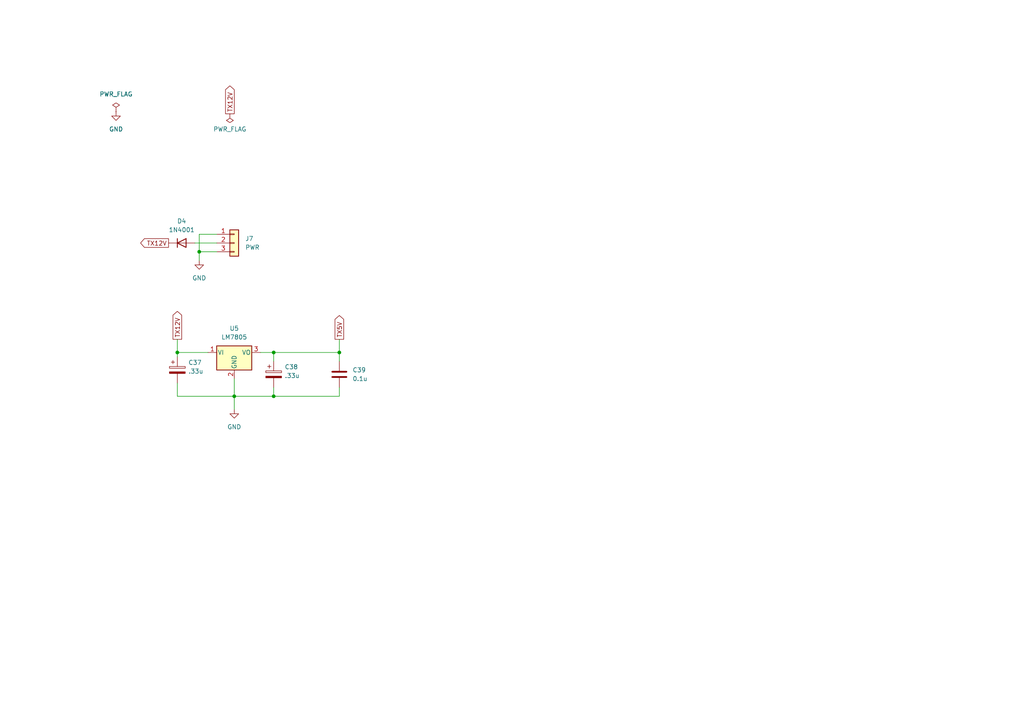
<source format=kicad_sch>
(kicad_sch (version 20211123) (generator eeschema)
  (paper "A4")
  (lib_symbols
    (symbol "Connector_Generic:Conn_01x03" (pin_names (offset 1.016) hide)
      (property "Reference" "J" (at 0 5.08 0))
      (property "Value" "Conn_01x03" (at 0 -5.08 0))
      (symbol "Conn_01x03_1_1"
        (rectangle (start -1.27 -2.413) (end 0 -2.667) (stroke (width 0.1524)))
        (rectangle (start -1.27 0.127) (end 0 -0.127) (stroke (width 0.1524)))
        (rectangle (start -1.27 2.667) (end 0 2.413) (stroke (width 0.1524)))
        (rectangle (start -1.27 3.81) (end 1.27 -3.81) (stroke (width 0.254)) (fill (type background)))
        (pin passive line (at -5.08 2.54 0) (length 3.81) (name "Pin_1") (number "1"))
        (pin passive line (at -5.08 0 0) (length 3.81) (name "Pin_2") (number "2"))
        (pin passive line (at -5.08 -2.54 0) (length 3.81) (name "Pin_3") (number "3"))
      )
    )
    (symbol "Device:C" (pin_numbers hide) (pin_names (offset 0.254))
      (property "Reference" "C" (at 0.635 2.54 0))
      (property "Value" "C" (at 0.635 -2.54 0))
      (symbol "C_0_1"
        (polyline (pts (xy -2.032 -0.762) (xy 2.032 -0.762)) (stroke (width 0.508)))
        (polyline (pts (xy -2.032 0.762) (xy 2.032 0.762)) (stroke (width 0.508)))
      )
      (symbol "C_1_1"
        (pin passive line (at 0 3.81 270) (length 2.794) (name "~") (number "1"))
        (pin passive line (at 0 -3.81 90) (length 2.794) (name "~") (number "2"))
      )
    )
    (symbol "Device:C_Polarized" (pin_numbers hide) (pin_names (offset 0.254))
      (property "Reference" "C" (at 0.635 2.54 0))
      (property "Value" "C_Polarized" (at 0.635 -2.54 0))
      (symbol "C_Polarized_0_1"
        (rectangle (start -2.286 0.508) (end 2.286 1.016))
        (polyline (pts (xy -1.778 2.286) (xy -0.762 2.286)))
        (polyline (pts (xy -1.27 2.794) (xy -1.27 1.778)))
        (rectangle (start 2.286 -0.508) (end -2.286 -1.016) (fill (type outline)))
      )
      (symbol "C_Polarized_1_1"
        (pin passive line (at 0 3.81 270) (length 2.794) (name "~") (number "1"))
        (pin passive line (at 0 -3.81 90) (length 2.794) (name "~") (number "2"))
      )
    )
    (symbol "Diode:1N4001" (pin_numbers hide) (pin_names (offset 1.016) hide)
      (property "Reference" "D" (at 0 2.54 0))
      (property "Value" "1N4001" (at 0 -2.54 0))
      (symbol "1N4001_0_1"
        (polyline (pts (xy -1.27 1.27) (xy -1.27 -1.27)) (stroke (width 0.254)))
        (polyline (pts (xy 1.27 0) (xy -1.27 0)))
        (polyline (pts (xy 1.27 1.27) (xy 1.27 -1.27) (xy -1.27 0) (xy 1.27 1.27)) (stroke (width 0.254)))
      )
      (symbol "1N4001_1_1"
        (pin passive line (at -3.81 0 0) (length 2.54) (name "K") (number "1"))
        (pin passive line (at 3.81 0 180) (length 2.54) (name "A") (number "2"))
      )
    )
    (symbol "Regulator_Linear:LM7805_TO220" (pin_names (offset 0.254))
      (property "Reference" "U" (at -3.81 3.175 0))
      (property "Value" "LM7805_TO220" (at 0 3.175 0))
      (symbol "LM7805_TO220_0_1"
        (rectangle (start -5.08 1.905) (end 5.08 -5.08) (stroke (width 0.254)) (fill (type background)))
      )
      (symbol "LM7805_TO220_1_1"
        (pin power_in line (at -7.62 0 0) (length 2.54) (name "VI") (number "1"))
        (pin power_in line (at 0 -7.62 90) (length 2.54) (name "GND") (number "2"))
        (pin power_out line (at 7.62 0 180) (length 2.54) (name "VO") (number "3"))
      )
    )
    (symbol "power:GND" (power) (pin_names (offset 0))
      (property "Value" "GND" (at 0 -3.81 0))
      (symbol "GND_0_1"
        (polyline (pts (xy 0 0) (xy 0 -1.27) (xy 1.27 -1.27) (xy 0 -2.54) (xy -1.27 -1.27) (xy 0 -1.27)))
      )
      (symbol "GND_1_1"
        (pin power_in line (at 0 0 270) (length 0) hide (name "GND") (number "1"))
      )
    )
    (symbol "power:PWR_FLAG" (power) (pin_numbers hide) (pin_names (offset 0) hide)
      (property "Value" "PWR_FLAG" (at 0 3.81 0))
      (symbol "PWR_FLAG_0_0"
        (pin power_out line (at 0 0 90) (length 0) (name "pwr") (number "1"))
      )
      (symbol "PWR_FLAG_0_1"
        (polyline (pts (xy 0 0) (xy 0 1.27) (xy -1.016 1.905) (xy 0 2.54) (xy 1.016 1.905) (xy 0 1.27)))
      )
    )
  )
  (junction (at 79.375 102.235))
  (junction (at 67.945 114.935))
  (junction (at 57.785 73.025))
  (junction (at 51.435 102.235))
  (junction (at 98.425 102.235))
  (junction (at 79.375 114.935))
  (wire (pts (xy 67.945 114.935) (xy 67.945 109.855)))
  (wire (pts (xy 62.865 67.945) (xy 57.785 67.945)))
  (wire (pts (xy 67.945 114.935) (xy 51.435 114.935)))
  (wire (pts (xy 56.515 70.485) (xy 62.865 70.485)))
  (wire (pts (xy 51.435 102.235) (xy 51.435 103.505)))
  (wire (pts (xy 98.425 114.935) (xy 79.375 114.935)))
  (wire (pts (xy 98.425 98.425) (xy 98.425 102.235)))
  (wire (pts (xy 79.375 102.235) (xy 79.375 104.775)))
  (wire (pts (xy 79.375 114.935) (xy 67.945 114.935)))
  (wire (pts (xy 60.325 102.235) (xy 51.435 102.235)))
  (wire (pts (xy 51.435 111.125) (xy 51.435 114.935)))
  (wire (pts (xy 98.425 112.395) (xy 98.425 114.935)))
  (wire (pts (xy 51.435 98.425) (xy 51.435 102.235)))
  (wire (pts (xy 79.375 112.395) (xy 79.375 114.935)))
  (wire (pts (xy 57.785 67.945) (xy 57.785 73.025)))
  (wire (pts (xy 98.425 102.235) (xy 98.425 104.775)))
  (wire (pts (xy 79.375 102.235) (xy 98.425 102.235)))
  (wire (pts (xy 57.785 73.025) (xy 62.865 73.025)))
  (wire (pts (xy 75.565 102.235) (xy 79.375 102.235)))
  (wire (pts (xy 67.945 114.935) (xy 67.945 118.745)))
  (wire (pts (xy 57.785 73.025) (xy 57.785 75.565)))
  (global_label "TX12V" (shape output) (at 48.895 70.485 180) (property "Intersheet References" "${INTERSHEET_REFS}" (effects hide)))
  (global_label "TX12V" (shape output) (at 66.675 33.02 90) (property "Intersheet References" "${INTERSHEET_REFS}" (effects hide)))
  (global_label "TX12V" (shape output) (at 51.435 98.425 90) (property "Intersheet References" "${INTERSHEET_REFS}" (effects hide)))
  (global_label "TX5V" (shape output) (at 98.425 98.425 90) (property "Intersheet References" "${INTERSHEET_REFS}" (effects hide)))
  (symbol (lib_id "power:PWR_FLAG") (at 33.655 32.385 0) (unit 1)
    (property "Reference" "#FLG02" (effects hide))
    (property "Value" "PWR_FLAG" (at 33.655 27.305 0))
  )
  (symbol (lib_id "power:GND") (at 57.785 75.565 0) (unit 1)
    (property "Reference" "#PWR041" (effects hide))
    (property "Value" "GND" (at 57.785 80.645 0))
  )
  (symbol (lib_id "Device:C_Polarized") (at 51.435 107.315 0) (unit 1)
    (property "Reference" "C37" (at 54.61 105.1559 0) (effects (justify left)))
    (property "Value" ".33u" (at 54.61 107.6959 0) (effects (justify left)))
    (property "Footprint" "Capacitor_THT:CP_Radial_D8.0mm_P2.50mm" (effects hide))
  )
  (symbol (lib_id "power:GND") (at 33.655 32.385 0) (unit 1)
    (property "Reference" "#PWR040" (effects hide))
    (property "Value" "GND" (at 33.655 37.465 0))
  )
  (symbol (lib_id "Device:C_Polarized") (at 79.375 108.585 0) (unit 1)
    (property "Reference" "C38" (at 82.55 106.4259 0) (effects (justify left)))
    (property "Value" ".33u" (at 82.55 108.9659 0) (effects (justify left)))
    (property "Footprint" "Capacitor_THT:CP_Radial_D8.0mm_P2.50mm" (effects hide))
  )
  (symbol (lib_id "power:PWR_FLAG") (at 66.675 33.02 180) (unit 1)
    (property "Reference" "#FLG03" (effects hide))
    (property "Value" "PWR_FLAG" (at 66.675 37.465 0))
  )
  (symbol (lib_id "Regulator_Linear:LM7805_TO220") (at 67.945 102.235 0) (unit 1)
    (property "Reference" "U5" (at 67.945 95.25 0))
    (property "Value" "LM7805" (at 67.945 97.79 0))
    (property "Footprint" "Package_TO_SOT_THT:TO-220-3_Vertical" (effects hide))
    (property "Datasheet" "https://www.onsemi.cn/PowerSolutions/document/MC7800-D.PDF" (effects hide))
  )
  (symbol (lib_id "Connector_Generic:Conn_01x03") (at 67.945 70.485 0) (unit 1)
    (property "Reference" "J7" (at 71.12 69.2149 0) (effects (justify left)))
    (property "Value" "PWR" (at 71.12 71.7549 0) (effects (justify left)))
    (property "Footprint" "Connector_PinHeader_2.54mm:PinHeader_1x03_P2.54mm_Vertical" (effects hide))
  )
  (symbol (lib_id "power:GND") (at 67.945 118.745 0) (unit 1)
    (property "Reference" "#PWR042" (effects hide))
    (property "Value" "GND" (at 67.945 123.825 0))
  )
  (symbol (lib_id "Device:C") (at 98.425 108.585 0) (unit 1)
    (property "Reference" "C39" (at 102.235 107.3149 0) (effects (justify left)))
    (property "Value" "0.1u" (at 102.235 109.8549 0) (effects (justify left)))
    (property "Footprint" "Capacitor_SMD:C_1206_3216Metric" (effects hide))
  )
  (symbol (lib_id "Diode:1N4001") (at 52.705 70.485 0) (unit 1)
    (property "Reference" "D4" (at 52.705 64.135 0))
    (property "Value" "1N4001" (at 52.705 66.675 0))
    (property "Footprint" "Diode_THT:D_DO-41_SOD81_P10.16mm_Horizontal" (effects hide))
    (property "Datasheet" "http://www.vishay.com/docs/88503/1n4001.pdf" (effects hide))
  )
)
</source>
